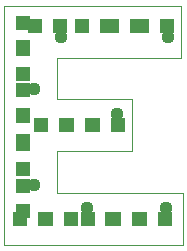
<source format=gts>
G75*
%MOIN*%
%OFA0B0*%
%FSLAX24Y24*%
%IPPOS*%
%LPD*%
%AMOC8*
5,1,8,0,0,1.08239X$1,22.5*
%
%ADD10C,0.0000*%
%ADD11R,0.0512X0.0512*%
%ADD12C,0.0437*%
D10*
X002767Y002767D02*
X002767Y010742D01*
X008668Y010742D01*
X008668Y009017D01*
X004517Y009017D01*
X004517Y007642D01*
X007017Y007642D01*
X007017Y005892D01*
X004517Y005892D01*
X004517Y004517D01*
X008704Y004517D01*
X008704Y002767D01*
X002767Y002767D01*
D11*
X003291Y003642D03*
X004118Y003642D03*
X004166Y003642D03*
X003392Y003916D03*
X004993Y003642D03*
X005541Y003642D03*
X006368Y003642D03*
X006416Y003642D03*
X007243Y003642D03*
X007291Y003642D03*
X008118Y003642D03*
X003392Y004743D03*
X003392Y005291D03*
X003392Y006118D03*
X003392Y006228D03*
X003978Y006767D03*
X004805Y006767D03*
X004853Y006767D03*
X005680Y006767D03*
X005728Y006767D03*
X006555Y006767D03*
X003392Y007055D03*
X003392Y007103D03*
X003392Y007930D03*
X003392Y008478D03*
X003392Y009305D03*
X003392Y009353D03*
X003791Y010079D03*
X003392Y010180D03*
X004618Y010079D03*
X005353Y010079D03*
X006180Y010079D03*
X006353Y010079D03*
X007180Y010079D03*
X007353Y010079D03*
X008180Y010079D03*
D12*
X008204Y009704D03*
X004642Y009704D03*
X003767Y007954D03*
X006517Y007142D03*
X003767Y004767D03*
X005517Y004017D03*
X008142Y004017D03*
M02*

</source>
